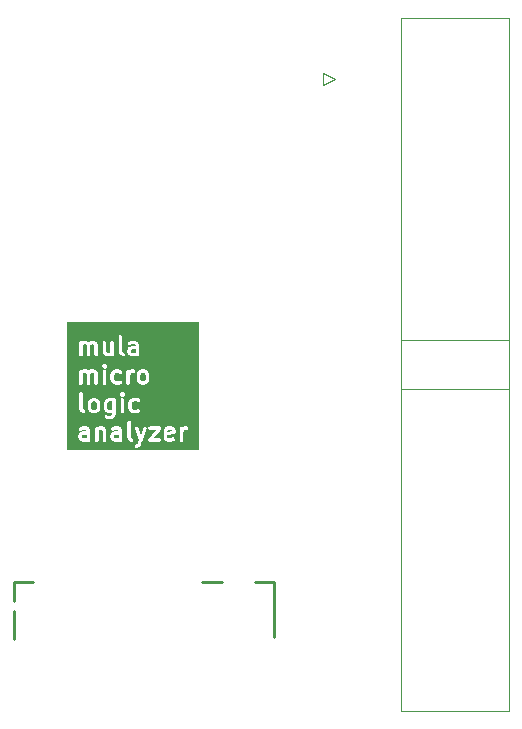
<source format=gbr>
%TF.GenerationSoftware,KiCad,Pcbnew,7.0.5-0*%
%TF.CreationDate,2023-07-31T21:54:07-04:00*%
%TF.ProjectId,carrier-hp,63617272-6965-4722-9d68-702e6b696361,rev?*%
%TF.SameCoordinates,Original*%
%TF.FileFunction,Legend,Top*%
%TF.FilePolarity,Positive*%
%FSLAX46Y46*%
G04 Gerber Fmt 4.6, Leading zero omitted, Abs format (unit mm)*
G04 Created by KiCad (PCBNEW 7.0.5-0) date 2023-07-31 21:54:07*
%MOMM*%
%LPD*%
G01*
G04 APERTURE LIST*
%ADD10C,0.300000*%
%ADD11C,0.250000*%
%ADD12C,0.120000*%
G04 APERTURE END LIST*
D10*
G36*
X129597368Y-82154500D02*
G01*
X129597368Y-82411694D01*
X129569101Y-82425828D01*
X129282777Y-82425828D01*
X129216313Y-82392596D01*
X129183082Y-82326132D01*
X129183082Y-82254094D01*
X129216313Y-82187631D01*
X129282778Y-82154400D01*
X129596434Y-82154400D01*
X129597368Y-82154500D01*
G37*
G36*
X132311654Y-82154500D02*
G01*
X132311654Y-82411694D01*
X132283387Y-82425828D01*
X131997063Y-82425828D01*
X131930599Y-82392596D01*
X131897367Y-82326132D01*
X131897367Y-82254094D01*
X131930599Y-82187631D01*
X131997064Y-82154400D01*
X132310720Y-82154400D01*
X132311654Y-82154500D01*
G37*
G36*
X136778422Y-81759060D02*
G01*
X136804597Y-81811411D01*
X136397368Y-81892857D01*
X136397368Y-81825523D01*
X136430599Y-81759060D01*
X136497065Y-81725828D01*
X136711957Y-81725828D01*
X136778422Y-81759060D01*
G37*
G36*
X131740225Y-79324962D02*
G01*
X131740225Y-79996694D01*
X131711958Y-80010828D01*
X131497063Y-80010828D01*
X131407649Y-79966121D01*
X131370644Y-79929116D01*
X131325939Y-79839703D01*
X131325939Y-79481951D01*
X131370645Y-79392538D01*
X131407649Y-79355534D01*
X131497063Y-79310828D01*
X131711957Y-79310828D01*
X131740225Y-79324962D01*
G37*
G36*
X130372800Y-79355535D02*
G01*
X130409803Y-79392538D01*
X130454510Y-79481952D01*
X130454510Y-79839704D01*
X130409803Y-79929117D01*
X130372798Y-79966122D01*
X130283386Y-80010828D01*
X130139920Y-80010828D01*
X130050506Y-79966121D01*
X130013501Y-79929116D01*
X129968796Y-79839703D01*
X129968796Y-79481951D01*
X130013502Y-79392538D01*
X130050506Y-79355534D01*
X130139920Y-79310828D01*
X130283385Y-79310828D01*
X130372800Y-79355535D01*
G37*
G36*
X134515657Y-76940535D02*
G01*
X134552660Y-76977538D01*
X134597367Y-77066952D01*
X134597367Y-77424703D01*
X134552659Y-77514118D01*
X134515655Y-77551122D01*
X134426243Y-77595828D01*
X134282777Y-77595828D01*
X134193363Y-77551121D01*
X134156358Y-77514116D01*
X134111653Y-77424703D01*
X134111653Y-77066951D01*
X134156359Y-76977538D01*
X134193363Y-76940534D01*
X134282777Y-76895828D01*
X134426242Y-76895828D01*
X134515657Y-76940535D01*
G37*
G36*
X133740224Y-74909500D02*
G01*
X133740225Y-75166694D01*
X133711958Y-75180828D01*
X133425634Y-75180828D01*
X133359170Y-75147596D01*
X133325938Y-75081132D01*
X133325938Y-75009094D01*
X133359170Y-74942631D01*
X133425635Y-74909400D01*
X133739291Y-74909400D01*
X133740224Y-74909500D01*
G37*
G36*
X139092857Y-83439286D02*
G01*
X127885714Y-83439286D01*
X127885714Y-83081337D01*
X133662561Y-83081337D01*
X133690340Y-83164930D01*
X133758904Y-83220234D01*
X133846483Y-83229689D01*
X134011913Y-83146974D01*
X134036575Y-83141610D01*
X134065786Y-83112398D01*
X134096066Y-83084233D01*
X134096792Y-83081392D01*
X134130308Y-83047876D01*
X134155996Y-83029573D01*
X134169024Y-82997002D01*
X134185843Y-82966202D01*
X134185160Y-82956661D01*
X134299980Y-82669611D01*
X134302387Y-82667757D01*
X134305484Y-82659083D01*
X134312089Y-82652661D01*
X134319462Y-82620906D01*
X134323221Y-82611511D01*
X134323492Y-82608662D01*
X134340502Y-82561034D01*
X134806021Y-82561034D01*
X134809584Y-82579481D01*
X134806911Y-82598077D01*
X134817771Y-82621858D01*
X134822730Y-82647523D01*
X134835698Y-82661112D01*
X134843504Y-82678204D01*
X134865497Y-82692338D01*
X134883545Y-82711250D01*
X134901805Y-82715671D01*
X134917609Y-82725828D01*
X134943748Y-82725828D01*
X134969158Y-82731981D01*
X134986911Y-82725828D01*
X135768936Y-82725828D01*
X135831888Y-82707344D01*
X135889573Y-82640771D01*
X135902110Y-82553579D01*
X135865517Y-82473452D01*
X135791412Y-82425828D01*
X135270273Y-82425828D01*
X135756576Y-81806896D01*
X136091938Y-81806896D01*
X136097368Y-81819988D01*
X136097368Y-82036197D01*
X136095188Y-82040035D01*
X136097368Y-82079932D01*
X136097368Y-82353469D01*
X136093507Y-82389229D01*
X136107214Y-82416644D01*
X136115852Y-82446062D01*
X136126563Y-82455343D01*
X136167542Y-82537302D01*
X136167337Y-82543131D01*
X136187058Y-82576335D01*
X136194277Y-82590773D01*
X136198029Y-82594807D01*
X136212320Y-82618868D01*
X136227443Y-82626429D01*
X136238962Y-82638813D01*
X136266079Y-82645747D01*
X136387350Y-82706381D01*
X136417610Y-82725828D01*
X136448262Y-82725828D01*
X136478436Y-82731258D01*
X136491528Y-82725828D01*
X136739292Y-82725828D01*
X136775055Y-82729689D01*
X136802469Y-82715981D01*
X136831888Y-82707344D01*
X136841169Y-82696632D01*
X136976598Y-82628919D01*
X137024638Y-82584233D01*
X137046461Y-82498891D01*
X137018681Y-82415297D01*
X136950117Y-82359994D01*
X136862538Y-82350539D01*
X136711958Y-82425828D01*
X136497063Y-82425828D01*
X136430599Y-82392596D01*
X136397368Y-82326132D01*
X136397368Y-82198798D01*
X136965806Y-82085110D01*
X136983903Y-82087713D01*
X137008140Y-82076644D01*
X137012221Y-82075828D01*
X137027685Y-82067718D01*
X137064030Y-82051120D01*
X137066416Y-82047406D01*
X137070325Y-82045357D01*
X137090057Y-82010620D01*
X137111654Y-81977015D01*
X137111654Y-81972601D01*
X137113834Y-81968764D01*
X137111654Y-81928866D01*
X137111654Y-81878323D01*
X137449080Y-81878323D01*
X137454510Y-81891415D01*
X137454510Y-82597396D01*
X137472994Y-82660348D01*
X137539567Y-82718033D01*
X137626759Y-82730570D01*
X137706886Y-82693977D01*
X137754510Y-82619872D01*
X137754510Y-81896953D01*
X137799217Y-81807538D01*
X137836221Y-81770534D01*
X137925635Y-81725828D01*
X138054650Y-81725828D01*
X138117602Y-81707344D01*
X138175287Y-81640771D01*
X138187824Y-81553579D01*
X138151231Y-81473452D01*
X138077126Y-81425828D01*
X137898300Y-81425828D01*
X137862536Y-81421967D01*
X137835120Y-81435675D01*
X137805705Y-81444312D01*
X137796423Y-81455023D01*
X137731572Y-81487449D01*
X137669453Y-81433623D01*
X137582261Y-81421086D01*
X137502134Y-81457679D01*
X137454510Y-81531784D01*
X137454510Y-81848151D01*
X137449080Y-81878323D01*
X137111654Y-81878323D01*
X137111654Y-81798188D01*
X137115515Y-81762425D01*
X137101806Y-81735009D01*
X137093170Y-81705594D01*
X137082458Y-81696312D01*
X137041479Y-81614356D01*
X137041685Y-81608527D01*
X137021957Y-81575313D01*
X137014743Y-81560884D01*
X137010992Y-81556852D01*
X136996701Y-81532790D01*
X136981577Y-81525228D01*
X136970058Y-81512844D01*
X136942942Y-81505910D01*
X136821677Y-81445278D01*
X136791412Y-81425828D01*
X136760759Y-81425828D01*
X136730587Y-81420398D01*
X136717495Y-81425828D01*
X136469730Y-81425828D01*
X136433966Y-81421967D01*
X136406550Y-81435674D01*
X136377134Y-81444312D01*
X136367852Y-81455023D01*
X136285894Y-81496002D01*
X136280066Y-81495797D01*
X136246861Y-81515518D01*
X136232423Y-81522738D01*
X136228388Y-81526490D01*
X136204329Y-81540781D01*
X136196767Y-81555904D01*
X136184383Y-81567424D01*
X136177449Y-81594540D01*
X136116813Y-81715811D01*
X136097368Y-81746070D01*
X136097368Y-81776721D01*
X136091938Y-81806896D01*
X135756576Y-81806896D01*
X135863087Y-81671337D01*
X135889573Y-81640771D01*
X135893293Y-81614898D01*
X135903000Y-81590622D01*
X135899436Y-81572174D01*
X135902110Y-81553579D01*
X135891249Y-81529797D01*
X135886291Y-81504133D01*
X135873322Y-81490543D01*
X135865517Y-81473452D01*
X135843523Y-81459317D01*
X135825476Y-81440406D01*
X135807215Y-81435984D01*
X135791412Y-81425828D01*
X135765273Y-81425828D01*
X135739863Y-81419675D01*
X135722110Y-81425828D01*
X134940085Y-81425828D01*
X134877133Y-81444312D01*
X134819448Y-81510885D01*
X134806911Y-81598077D01*
X134843504Y-81678204D01*
X134917609Y-81725828D01*
X135438748Y-81725828D01*
X134845933Y-82480318D01*
X134819448Y-82510885D01*
X134815727Y-82536757D01*
X134806021Y-82561034D01*
X134340502Y-82561034D01*
X134681597Y-81605967D01*
X134685363Y-81540466D01*
X134642070Y-81463750D01*
X134564175Y-81422618D01*
X134476408Y-81430129D01*
X134406634Y-81483900D01*
X134175939Y-82129846D01*
X133952803Y-81505066D01*
X133914223Y-81451998D01*
X133832127Y-81420065D01*
X133745798Y-81437584D01*
X133682646Y-81498995D01*
X133662721Y-81584800D01*
X134015586Y-82572821D01*
X133905244Y-82848676D01*
X133872798Y-82881122D01*
X133732423Y-82951309D01*
X133684383Y-82995995D01*
X133662561Y-83081337D01*
X127885714Y-83081337D01*
X127885714Y-82235467D01*
X128877652Y-82235467D01*
X128883082Y-82248559D01*
X128883082Y-82353469D01*
X128879221Y-82389229D01*
X128892928Y-82416644D01*
X128901566Y-82446062D01*
X128912277Y-82455343D01*
X128953256Y-82537302D01*
X128953051Y-82543131D01*
X128972772Y-82576335D01*
X128979991Y-82590773D01*
X128983743Y-82594807D01*
X128998034Y-82618868D01*
X129013157Y-82626429D01*
X129024676Y-82638813D01*
X129051793Y-82645747D01*
X129173064Y-82706381D01*
X129203324Y-82725828D01*
X129233976Y-82725828D01*
X129264150Y-82731258D01*
X129277242Y-82725828D01*
X129596437Y-82725828D01*
X129632197Y-82729689D01*
X129659612Y-82715981D01*
X129674882Y-82711497D01*
X129682425Y-82718033D01*
X129769617Y-82730570D01*
X129849744Y-82693977D01*
X129897368Y-82619872D01*
X129897368Y-82523278D01*
X129903604Y-82498891D01*
X129897368Y-82480126D01*
X129897368Y-81951845D01*
X129903603Y-81927462D01*
X129897368Y-81908699D01*
X129897368Y-81798188D01*
X129901229Y-81762425D01*
X129887520Y-81735009D01*
X129878884Y-81705594D01*
X129868172Y-81696312D01*
X129862742Y-81685453D01*
X130308893Y-81685453D01*
X130311653Y-81724043D01*
X130311653Y-82597396D01*
X130330137Y-82660348D01*
X130396710Y-82718033D01*
X130483902Y-82730570D01*
X130564029Y-82693977D01*
X130611653Y-82619872D01*
X130611653Y-81780817D01*
X130621935Y-81770534D01*
X130711349Y-81725828D01*
X130854814Y-81725828D01*
X130921279Y-81759060D01*
X130954511Y-81825523D01*
X130954511Y-82597396D01*
X130972995Y-82660348D01*
X131039568Y-82718033D01*
X131126760Y-82730570D01*
X131206887Y-82693977D01*
X131254511Y-82619872D01*
X131254511Y-82235467D01*
X131591938Y-82235467D01*
X131597368Y-82248559D01*
X131597368Y-82353469D01*
X131593507Y-82389229D01*
X131607214Y-82416644D01*
X131615852Y-82446062D01*
X131626563Y-82455343D01*
X131667542Y-82537302D01*
X131667337Y-82543131D01*
X131687058Y-82576335D01*
X131694277Y-82590773D01*
X131698029Y-82594807D01*
X131712320Y-82618868D01*
X131727443Y-82626429D01*
X131738962Y-82638813D01*
X131766079Y-82645747D01*
X131887350Y-82706381D01*
X131917610Y-82725828D01*
X131948262Y-82725828D01*
X131978436Y-82731258D01*
X131991528Y-82725828D01*
X132310723Y-82725828D01*
X132346483Y-82729689D01*
X132373898Y-82715981D01*
X132389168Y-82711497D01*
X132396711Y-82718033D01*
X132483903Y-82730570D01*
X132564030Y-82693977D01*
X132611654Y-82619872D01*
X132611653Y-82523278D01*
X132617890Y-82498891D01*
X132611654Y-82480126D01*
X132611654Y-82389230D01*
X133022078Y-82389230D01*
X133035785Y-82416645D01*
X133044423Y-82446062D01*
X133055134Y-82455343D01*
X133096113Y-82537301D01*
X133095908Y-82543130D01*
X133115629Y-82576334D01*
X133122849Y-82590773D01*
X133126601Y-82594807D01*
X133140892Y-82618867D01*
X133156015Y-82626428D01*
X133167535Y-82638813D01*
X133194651Y-82645746D01*
X133342435Y-82719638D01*
X133407007Y-82731258D01*
X133488374Y-82697511D01*
X133538581Y-82625130D01*
X133541685Y-82537098D01*
X133496701Y-82461361D01*
X133359171Y-82392596D01*
X133325939Y-82326131D01*
X133325939Y-81054260D01*
X133307455Y-80991308D01*
X133240882Y-80933623D01*
X133153690Y-80921086D01*
X133073563Y-80957679D01*
X133025939Y-81031784D01*
X133025939Y-82353466D01*
X133022078Y-82389230D01*
X132611654Y-82389230D01*
X132611654Y-81951845D01*
X132617889Y-81927462D01*
X132611654Y-81908699D01*
X132611654Y-81798188D01*
X132615515Y-81762425D01*
X132601806Y-81735009D01*
X132593170Y-81705594D01*
X132582458Y-81696312D01*
X132541479Y-81614356D01*
X132541685Y-81608527D01*
X132521957Y-81575313D01*
X132514743Y-81560884D01*
X132510992Y-81556852D01*
X132496701Y-81532790D01*
X132481577Y-81525228D01*
X132470058Y-81512844D01*
X132442942Y-81505910D01*
X132321677Y-81445278D01*
X132291412Y-81425828D01*
X132260759Y-81425828D01*
X132230587Y-81420398D01*
X132217495Y-81425828D01*
X131969730Y-81425828D01*
X131933966Y-81421967D01*
X131906550Y-81435674D01*
X131877134Y-81444312D01*
X131867852Y-81455023D01*
X131732423Y-81522738D01*
X131684383Y-81567424D01*
X131662561Y-81652766D01*
X131690341Y-81736360D01*
X131758904Y-81791663D01*
X131846484Y-81801118D01*
X131997065Y-81725828D01*
X132211957Y-81725828D01*
X132278422Y-81759060D01*
X132311654Y-81825523D01*
X132311654Y-81840265D01*
X132283385Y-81854400D01*
X131969731Y-81854400D01*
X131933967Y-81850539D01*
X131906552Y-81864246D01*
X131877134Y-81872884D01*
X131867852Y-81883595D01*
X131785895Y-81924573D01*
X131780066Y-81924368D01*
X131746855Y-81944093D01*
X131732424Y-81951309D01*
X131728390Y-81955060D01*
X131704329Y-81969352D01*
X131696767Y-81984475D01*
X131684384Y-81995994D01*
X131677450Y-82023109D01*
X131616813Y-82144382D01*
X131597368Y-82174641D01*
X131597368Y-82205292D01*
X131591938Y-82235467D01*
X131254511Y-82235467D01*
X131254510Y-81798188D01*
X131258372Y-81762425D01*
X131244663Y-81735009D01*
X131236027Y-81705594D01*
X131225315Y-81696312D01*
X131184336Y-81614356D01*
X131184542Y-81608527D01*
X131164814Y-81575313D01*
X131157600Y-81560884D01*
X131153849Y-81556852D01*
X131139558Y-81532790D01*
X131124434Y-81525228D01*
X131112915Y-81512844D01*
X131085799Y-81505910D01*
X130964534Y-81445278D01*
X130934269Y-81425828D01*
X130903616Y-81425828D01*
X130873444Y-81420398D01*
X130860352Y-81425828D01*
X130684014Y-81425828D01*
X130648250Y-81421967D01*
X130620834Y-81435675D01*
X130591419Y-81444312D01*
X130582137Y-81455023D01*
X130562579Y-81464802D01*
X130526596Y-81433623D01*
X130439404Y-81421086D01*
X130359277Y-81457679D01*
X130311653Y-81531784D01*
X130311653Y-81680398D01*
X130308893Y-81685453D01*
X129862742Y-81685453D01*
X129827193Y-81614356D01*
X129827399Y-81608527D01*
X129807671Y-81575313D01*
X129800457Y-81560884D01*
X129796706Y-81556852D01*
X129782415Y-81532790D01*
X129767291Y-81525228D01*
X129755772Y-81512844D01*
X129728656Y-81505910D01*
X129607391Y-81445278D01*
X129577126Y-81425828D01*
X129546473Y-81425828D01*
X129516301Y-81420398D01*
X129503209Y-81425828D01*
X129255444Y-81425828D01*
X129219680Y-81421967D01*
X129192264Y-81435674D01*
X129162848Y-81444312D01*
X129153566Y-81455023D01*
X129018137Y-81522738D01*
X128970097Y-81567424D01*
X128948275Y-81652766D01*
X128976055Y-81736360D01*
X129044618Y-81791663D01*
X129132198Y-81801118D01*
X129282779Y-81725828D01*
X129497671Y-81725828D01*
X129564136Y-81759060D01*
X129597368Y-81825523D01*
X129597368Y-81840265D01*
X129569099Y-81854400D01*
X129255445Y-81854400D01*
X129219681Y-81850539D01*
X129192266Y-81864246D01*
X129162848Y-81872884D01*
X129153566Y-81883595D01*
X129071609Y-81924573D01*
X129065780Y-81924368D01*
X129032569Y-81944093D01*
X129018138Y-81951309D01*
X129014104Y-81955060D01*
X128990043Y-81969352D01*
X128982481Y-81984475D01*
X128970098Y-81995994D01*
X128963164Y-82023109D01*
X128902527Y-82144382D01*
X128883082Y-82174641D01*
X128883082Y-82205292D01*
X128877652Y-82235467D01*
X127885714Y-82235467D01*
X127885714Y-79974230D01*
X128950649Y-79974230D01*
X128964356Y-80001645D01*
X128972994Y-80031062D01*
X128983705Y-80040343D01*
X129024684Y-80122301D01*
X129024479Y-80128130D01*
X129044200Y-80161334D01*
X129051420Y-80175773D01*
X129055172Y-80179807D01*
X129069463Y-80203867D01*
X129084586Y-80211428D01*
X129096106Y-80223813D01*
X129123222Y-80230746D01*
X129271006Y-80304638D01*
X129335578Y-80316258D01*
X129416945Y-80282511D01*
X129467152Y-80210130D01*
X129470256Y-80122098D01*
X129425272Y-80046361D01*
X129287742Y-79977596D01*
X129254510Y-79911131D01*
X129254510Y-79463324D01*
X129663366Y-79463324D01*
X129668796Y-79476416D01*
X129668796Y-79867037D01*
X129664935Y-79902801D01*
X129678642Y-79930215D01*
X129687280Y-79959634D01*
X129697991Y-79968915D01*
X129747649Y-80068231D01*
X129753014Y-80092893D01*
X129782219Y-80122098D01*
X129810391Y-80152384D01*
X129813231Y-80153110D01*
X129842288Y-80182167D01*
X129855177Y-80203867D01*
X129892126Y-80222341D01*
X129928422Y-80242161D01*
X129931346Y-80241951D01*
X130030204Y-80291380D01*
X130060466Y-80310828D01*
X130091118Y-80310828D01*
X130121292Y-80316258D01*
X130134384Y-80310828D01*
X130310720Y-80310828D01*
X130346483Y-80314689D01*
X130373897Y-80300981D01*
X130403316Y-80292344D01*
X130412597Y-80281632D01*
X130511913Y-80231974D01*
X130536575Y-80226610D01*
X130565786Y-80197398D01*
X130596066Y-80169233D01*
X130596792Y-80166392D01*
X130625849Y-80137335D01*
X130647549Y-80124447D01*
X130666023Y-80087497D01*
X130685843Y-80051202D01*
X130685633Y-80048277D01*
X130735062Y-79949419D01*
X130754510Y-79919158D01*
X130754510Y-79888506D01*
X130759940Y-79858332D01*
X130754510Y-79845239D01*
X130754510Y-79463324D01*
X131020509Y-79463324D01*
X131025939Y-79476416D01*
X131025939Y-79867037D01*
X131022078Y-79902801D01*
X131035785Y-79930215D01*
X131044423Y-79959634D01*
X131055134Y-79968915D01*
X131104792Y-80068231D01*
X131110157Y-80092893D01*
X131139362Y-80122098D01*
X131167534Y-80152384D01*
X131170374Y-80153110D01*
X131199431Y-80182167D01*
X131212320Y-80203867D01*
X131249269Y-80222341D01*
X131285565Y-80242161D01*
X131288489Y-80241951D01*
X131387347Y-80291380D01*
X131417609Y-80310828D01*
X131448261Y-80310828D01*
X131478435Y-80316258D01*
X131491527Y-80310828D01*
X131739294Y-80310828D01*
X131740225Y-80310928D01*
X131740225Y-80339704D01*
X131695519Y-80429115D01*
X131658512Y-80466122D01*
X131569100Y-80510828D01*
X131425634Y-80510828D01*
X131295157Y-80445590D01*
X131230585Y-80433970D01*
X131149218Y-80467718D01*
X131099011Y-80540098D01*
X131095908Y-80628131D01*
X131140891Y-80703868D01*
X131315921Y-80791381D01*
X131346181Y-80810828D01*
X131376833Y-80810828D01*
X131407007Y-80816258D01*
X131420099Y-80810828D01*
X131596434Y-80810828D01*
X131632197Y-80814689D01*
X131659611Y-80800981D01*
X131689030Y-80792344D01*
X131698311Y-80781632D01*
X131797627Y-80731974D01*
X131822289Y-80726610D01*
X131851500Y-80697398D01*
X131881780Y-80669233D01*
X131882506Y-80666392D01*
X131911561Y-80637337D01*
X131933263Y-80624448D01*
X131951744Y-80587485D01*
X131971557Y-80551202D01*
X131971347Y-80548278D01*
X132020777Y-80449419D01*
X132040225Y-80419158D01*
X132040225Y-80388505D01*
X132045655Y-80358333D01*
X132040225Y-80345240D01*
X132040225Y-80182396D01*
X132454510Y-80182396D01*
X132472994Y-80245348D01*
X132539567Y-80303033D01*
X132626759Y-80315570D01*
X132706886Y-80278977D01*
X132754510Y-80204872D01*
X132754510Y-79463324D01*
X133091938Y-79463324D01*
X133097368Y-79476416D01*
X133097367Y-79867037D01*
X133093507Y-79902801D01*
X133107214Y-79930215D01*
X133115852Y-79959634D01*
X133126563Y-79968915D01*
X133176221Y-80068231D01*
X133181586Y-80092893D01*
X133210791Y-80122098D01*
X133238963Y-80152384D01*
X133241803Y-80153110D01*
X133270860Y-80182167D01*
X133283749Y-80203867D01*
X133320698Y-80222341D01*
X133356994Y-80242161D01*
X133359918Y-80241951D01*
X133458776Y-80291380D01*
X133489038Y-80310828D01*
X133519690Y-80310828D01*
X133549864Y-80316258D01*
X133562956Y-80310828D01*
X133810723Y-80310828D01*
X133846483Y-80314689D01*
X133873898Y-80300981D01*
X133903316Y-80292344D01*
X133912597Y-80281632D01*
X134048027Y-80213919D01*
X134096067Y-80169234D01*
X134117890Y-80083891D01*
X134090110Y-80000298D01*
X134021547Y-79944994D01*
X133933967Y-79935539D01*
X133783387Y-80010828D01*
X133568492Y-80010828D01*
X133479078Y-79966121D01*
X133442073Y-79929116D01*
X133397367Y-79839703D01*
X133397368Y-79481951D01*
X133442074Y-79392538D01*
X133479078Y-79355534D01*
X133568492Y-79310828D01*
X133783386Y-79310828D01*
X133913863Y-79376067D01*
X133978435Y-79387687D01*
X134059803Y-79353940D01*
X134110009Y-79281560D01*
X134113114Y-79193527D01*
X134068130Y-79117790D01*
X133893098Y-79030273D01*
X133862840Y-79010828D01*
X133832189Y-79010828D01*
X133802015Y-79005398D01*
X133788923Y-79010828D01*
X133541157Y-79010828D01*
X133505393Y-79006967D01*
X133477977Y-79020675D01*
X133448562Y-79029312D01*
X133439280Y-79040023D01*
X133339965Y-79089682D01*
X133315304Y-79095047D01*
X133286089Y-79124261D01*
X133255812Y-79152424D01*
X133255085Y-79155264D01*
X133226029Y-79184319D01*
X133204329Y-79197209D01*
X133185848Y-79234169D01*
X133166036Y-79270453D01*
X133166245Y-79273376D01*
X133116813Y-79372239D01*
X133097368Y-79402498D01*
X133097368Y-79433149D01*
X133091938Y-79463324D01*
X132754510Y-79463324D01*
X132754510Y-79139260D01*
X132736026Y-79076308D01*
X132669453Y-79018623D01*
X132582261Y-79006086D01*
X132502134Y-79042679D01*
X132454510Y-79116784D01*
X132454510Y-80182396D01*
X132040225Y-80182396D01*
X132040225Y-80108278D01*
X132046461Y-80083891D01*
X132040225Y-80065126D01*
X132040225Y-79234920D01*
X132041685Y-79193527D01*
X132040225Y-79191068D01*
X132040225Y-79139260D01*
X132021741Y-79076308D01*
X131955168Y-79018623D01*
X131867976Y-79006086D01*
X131818904Y-79028496D01*
X131791411Y-79010828D01*
X131760760Y-79010828D01*
X131730586Y-79005398D01*
X131717494Y-79010828D01*
X131469728Y-79010828D01*
X131433964Y-79006967D01*
X131406548Y-79020675D01*
X131377133Y-79029312D01*
X131367851Y-79040023D01*
X131268536Y-79089682D01*
X131243875Y-79095047D01*
X131214660Y-79124261D01*
X131184383Y-79152424D01*
X131183656Y-79155264D01*
X131154600Y-79184319D01*
X131132900Y-79197209D01*
X131114419Y-79234169D01*
X131094607Y-79270453D01*
X131094816Y-79273376D01*
X131045384Y-79372239D01*
X131025939Y-79402498D01*
X131025939Y-79433149D01*
X131020509Y-79463324D01*
X130754510Y-79463324D01*
X130754510Y-79454618D01*
X130758371Y-79418855D01*
X130744663Y-79391440D01*
X130736026Y-79362022D01*
X130725314Y-79352740D01*
X130675656Y-79253422D01*
X130670291Y-79228762D01*
X130641083Y-79199554D01*
X130612915Y-79169272D01*
X130610074Y-79168545D01*
X130581016Y-79139488D01*
X130568129Y-79117790D01*
X130531179Y-79099315D01*
X130494883Y-79079496D01*
X130491959Y-79079705D01*
X130393105Y-79030278D01*
X130362840Y-79010828D01*
X130332187Y-79010828D01*
X130302015Y-79005398D01*
X130288923Y-79010828D01*
X130112585Y-79010828D01*
X130076821Y-79006967D01*
X130049405Y-79020675D01*
X130019990Y-79029312D01*
X130010708Y-79040023D01*
X129911393Y-79089682D01*
X129886732Y-79095047D01*
X129857517Y-79124261D01*
X129827240Y-79152424D01*
X129826513Y-79155264D01*
X129797457Y-79184319D01*
X129775757Y-79197209D01*
X129757276Y-79234169D01*
X129737464Y-79270453D01*
X129737673Y-79273376D01*
X129688241Y-79372239D01*
X129668796Y-79402498D01*
X129668796Y-79433149D01*
X129663366Y-79463324D01*
X129254510Y-79463324D01*
X129254510Y-78721104D01*
X132377147Y-78721104D01*
X132384229Y-78753661D01*
X132386607Y-78786891D01*
X132393445Y-78796026D01*
X132395872Y-78807179D01*
X132419428Y-78830735D01*
X132439396Y-78857409D01*
X132450090Y-78861397D01*
X132471371Y-78882678D01*
X132472994Y-78888205D01*
X132494092Y-78906486D01*
X132510822Y-78928836D01*
X132526735Y-78934771D01*
X132539567Y-78945890D01*
X132556373Y-78948306D01*
X132571278Y-78956445D01*
X132582660Y-78955630D01*
X132593356Y-78959620D01*
X132609949Y-78956010D01*
X132626759Y-78958427D01*
X132642208Y-78951371D01*
X132659142Y-78950160D01*
X132668277Y-78943321D01*
X132679431Y-78940895D01*
X132691436Y-78928889D01*
X132706886Y-78921834D01*
X132716067Y-78907546D01*
X132729661Y-78897371D01*
X132733649Y-78886677D01*
X132774413Y-78845914D01*
X132801091Y-78825944D01*
X132812735Y-78794723D01*
X132828699Y-78765489D01*
X132827884Y-78754105D01*
X132831874Y-78743410D01*
X132824791Y-78710852D01*
X132822415Y-78677626D01*
X132815575Y-78668489D01*
X132813149Y-78657335D01*
X132789591Y-78633777D01*
X132769626Y-78607106D01*
X132758930Y-78603116D01*
X132737648Y-78581834D01*
X132736026Y-78576308D01*
X132714925Y-78558024D01*
X132698196Y-78535676D01*
X132682284Y-78529741D01*
X132669453Y-78518623D01*
X132652647Y-78516206D01*
X132637741Y-78508067D01*
X132626355Y-78508881D01*
X132615662Y-78504893D01*
X132599069Y-78508502D01*
X132582261Y-78506086D01*
X132566813Y-78513140D01*
X132549878Y-78514352D01*
X132540739Y-78521192D01*
X132529587Y-78523619D01*
X132517582Y-78535624D01*
X132502134Y-78542679D01*
X132492954Y-78556963D01*
X132479358Y-78567141D01*
X132475368Y-78577838D01*
X132434604Y-78618602D01*
X132407930Y-78638570D01*
X132396286Y-78669788D01*
X132380321Y-78699027D01*
X132381135Y-78710410D01*
X132377147Y-78721104D01*
X129254510Y-78721104D01*
X129254510Y-78639260D01*
X129236026Y-78576308D01*
X129169453Y-78518623D01*
X129082261Y-78506086D01*
X129002134Y-78542679D01*
X128954510Y-78616784D01*
X128954510Y-79938466D01*
X128950649Y-79974230D01*
X127885714Y-79974230D01*
X127885714Y-76855453D01*
X128951750Y-76855453D01*
X128954510Y-76894043D01*
X128954510Y-77767396D01*
X128972994Y-77830348D01*
X129039567Y-77888033D01*
X129126759Y-77900570D01*
X129206886Y-77863977D01*
X129254510Y-77789872D01*
X129254510Y-76950817D01*
X129264792Y-76940534D01*
X129354206Y-76895828D01*
X129497671Y-76895828D01*
X129564136Y-76929060D01*
X129597368Y-76995523D01*
X129597368Y-77767396D01*
X129615852Y-77830348D01*
X129682425Y-77888033D01*
X129769617Y-77900570D01*
X129849744Y-77863977D01*
X129897368Y-77789872D01*
X129897368Y-76995523D01*
X129930599Y-76929059D01*
X129997063Y-76895828D01*
X130140528Y-76895828D01*
X130206993Y-76929060D01*
X130240224Y-76995523D01*
X130240225Y-77767396D01*
X130258709Y-77830348D01*
X130325282Y-77888033D01*
X130412474Y-77900570D01*
X130492601Y-77863977D01*
X130540225Y-77789872D01*
X130540225Y-77767396D01*
X130954510Y-77767396D01*
X130972994Y-77830348D01*
X131039567Y-77888033D01*
X131126759Y-77900570D01*
X131206886Y-77863977D01*
X131254510Y-77789872D01*
X131254510Y-77048324D01*
X131591938Y-77048324D01*
X131597368Y-77061416D01*
X131597367Y-77452037D01*
X131593507Y-77487801D01*
X131607214Y-77515215D01*
X131615852Y-77544634D01*
X131626563Y-77553915D01*
X131676221Y-77653231D01*
X131681586Y-77677893D01*
X131710791Y-77707098D01*
X131738963Y-77737384D01*
X131741803Y-77738110D01*
X131770860Y-77767167D01*
X131783749Y-77788867D01*
X131820698Y-77807341D01*
X131856994Y-77827161D01*
X131859918Y-77826951D01*
X131958776Y-77876380D01*
X131989038Y-77895828D01*
X132019690Y-77895828D01*
X132049864Y-77901258D01*
X132062956Y-77895828D01*
X132310723Y-77895828D01*
X132346483Y-77899689D01*
X132373898Y-77885981D01*
X132403316Y-77877344D01*
X132412597Y-77866632D01*
X132548027Y-77798919D01*
X132596067Y-77754234D01*
X132617890Y-77668891D01*
X132590110Y-77585298D01*
X132521547Y-77529994D01*
X132433967Y-77520539D01*
X132283387Y-77595828D01*
X132068492Y-77595828D01*
X131979078Y-77551121D01*
X131942073Y-77514116D01*
X131897368Y-77424703D01*
X131897368Y-77066951D01*
X131906682Y-77048323D01*
X132949080Y-77048323D01*
X132954509Y-77061415D01*
X132954510Y-77767396D01*
X132972994Y-77830348D01*
X133039567Y-77888033D01*
X133126759Y-77900570D01*
X133206886Y-77863977D01*
X133254510Y-77789872D01*
X133254510Y-77066952D01*
X133263824Y-77048324D01*
X133806223Y-77048324D01*
X133811653Y-77061416D01*
X133811653Y-77452037D01*
X133807792Y-77487801D01*
X133821499Y-77515215D01*
X133830137Y-77544634D01*
X133840848Y-77553915D01*
X133890506Y-77653231D01*
X133895871Y-77677893D01*
X133925076Y-77707098D01*
X133953248Y-77737384D01*
X133956088Y-77738110D01*
X133985145Y-77767167D01*
X133998034Y-77788867D01*
X134034983Y-77807341D01*
X134071279Y-77827161D01*
X134074203Y-77826951D01*
X134173061Y-77876380D01*
X134203323Y-77895828D01*
X134233975Y-77895828D01*
X134264149Y-77901258D01*
X134277241Y-77895828D01*
X134453577Y-77895828D01*
X134489340Y-77899689D01*
X134516754Y-77885981D01*
X134546173Y-77877344D01*
X134555454Y-77866632D01*
X134654770Y-77816974D01*
X134679432Y-77811610D01*
X134708643Y-77782398D01*
X134738923Y-77754233D01*
X134739649Y-77751392D01*
X134768706Y-77722335D01*
X134790406Y-77709447D01*
X134808880Y-77672497D01*
X134828700Y-77636202D01*
X134828490Y-77633277D01*
X134877919Y-77534419D01*
X134897367Y-77504158D01*
X134897367Y-77473506D01*
X134902797Y-77443332D01*
X134897367Y-77430239D01*
X134897367Y-77039618D01*
X134901228Y-77003855D01*
X134887520Y-76976440D01*
X134878883Y-76947022D01*
X134868171Y-76937740D01*
X134818513Y-76838422D01*
X134813148Y-76813762D01*
X134783940Y-76784554D01*
X134755772Y-76754272D01*
X134752931Y-76753545D01*
X134723873Y-76724488D01*
X134710986Y-76702790D01*
X134674036Y-76684315D01*
X134637740Y-76664496D01*
X134634816Y-76664705D01*
X134535962Y-76615278D01*
X134505697Y-76595828D01*
X134475044Y-76595828D01*
X134444872Y-76590398D01*
X134431780Y-76595828D01*
X134255442Y-76595828D01*
X134219678Y-76591967D01*
X134192262Y-76605675D01*
X134162847Y-76614312D01*
X134153565Y-76625023D01*
X134054250Y-76674682D01*
X134029589Y-76680047D01*
X134000374Y-76709261D01*
X133970097Y-76737424D01*
X133969370Y-76740264D01*
X133940314Y-76769319D01*
X133918614Y-76782209D01*
X133900133Y-76819169D01*
X133880321Y-76855453D01*
X133880530Y-76858376D01*
X133831098Y-76957239D01*
X133811653Y-76987498D01*
X133811653Y-77018149D01*
X133806223Y-77048324D01*
X133263824Y-77048324D01*
X133299217Y-76977538D01*
X133336221Y-76940534D01*
X133425635Y-76895828D01*
X133554650Y-76895828D01*
X133617602Y-76877344D01*
X133675287Y-76810771D01*
X133687824Y-76723579D01*
X133651231Y-76643452D01*
X133577126Y-76595828D01*
X133398300Y-76595828D01*
X133362536Y-76591967D01*
X133335120Y-76605675D01*
X133305705Y-76614312D01*
X133296423Y-76625023D01*
X133231572Y-76657449D01*
X133169453Y-76603623D01*
X133082261Y-76591086D01*
X133002134Y-76627679D01*
X132954510Y-76701784D01*
X132954510Y-77018151D01*
X132949080Y-77048323D01*
X131906682Y-77048323D01*
X131942074Y-76977538D01*
X131979078Y-76940534D01*
X132068492Y-76895828D01*
X132283386Y-76895828D01*
X132413863Y-76961067D01*
X132478435Y-76972687D01*
X132559803Y-76938940D01*
X132610009Y-76866560D01*
X132613114Y-76778527D01*
X132568130Y-76702790D01*
X132393098Y-76615273D01*
X132362840Y-76595828D01*
X132332189Y-76595828D01*
X132302015Y-76590398D01*
X132288923Y-76595828D01*
X132041157Y-76595828D01*
X132005393Y-76591967D01*
X131977977Y-76605675D01*
X131948562Y-76614312D01*
X131939280Y-76625023D01*
X131839965Y-76674682D01*
X131815304Y-76680047D01*
X131786089Y-76709261D01*
X131755812Y-76737424D01*
X131755085Y-76740264D01*
X131726029Y-76769319D01*
X131704329Y-76782209D01*
X131685848Y-76819169D01*
X131666036Y-76855453D01*
X131666245Y-76858376D01*
X131616813Y-76957239D01*
X131597368Y-76987498D01*
X131597368Y-77018149D01*
X131591938Y-77048324D01*
X131254510Y-77048324D01*
X131254510Y-76724260D01*
X131236026Y-76661308D01*
X131169453Y-76603623D01*
X131082261Y-76591086D01*
X131002134Y-76627679D01*
X130954510Y-76701784D01*
X130954510Y-77767396D01*
X130540225Y-77767396D01*
X130540225Y-76968188D01*
X130544086Y-76932425D01*
X130530377Y-76905009D01*
X130521741Y-76875594D01*
X130511029Y-76866312D01*
X130470050Y-76784356D01*
X130470256Y-76778527D01*
X130450528Y-76745313D01*
X130443314Y-76730884D01*
X130439563Y-76726852D01*
X130425272Y-76702790D01*
X130410148Y-76695228D01*
X130398629Y-76682844D01*
X130371513Y-76675910D01*
X130250248Y-76615278D01*
X130219983Y-76595828D01*
X130189330Y-76595828D01*
X130159158Y-76590398D01*
X130146066Y-76595828D01*
X129969728Y-76595828D01*
X129933964Y-76591967D01*
X129906548Y-76605675D01*
X129877133Y-76614312D01*
X129867851Y-76625023D01*
X129785895Y-76666002D01*
X129780066Y-76665797D01*
X129752691Y-76682056D01*
X129728656Y-76675910D01*
X129607391Y-76615278D01*
X129577126Y-76595828D01*
X129546473Y-76595828D01*
X129516301Y-76590398D01*
X129503209Y-76595828D01*
X129326871Y-76595828D01*
X129291107Y-76591967D01*
X129263691Y-76605675D01*
X129234276Y-76614312D01*
X129224994Y-76625023D01*
X129205436Y-76634802D01*
X129169453Y-76603623D01*
X129082261Y-76591086D01*
X129002134Y-76627679D01*
X128954510Y-76701784D01*
X128954510Y-76850398D01*
X128951750Y-76855453D01*
X127885714Y-76855453D01*
X127885714Y-76306104D01*
X130877147Y-76306104D01*
X130884229Y-76338661D01*
X130886607Y-76371891D01*
X130893445Y-76381026D01*
X130895872Y-76392179D01*
X130919428Y-76415735D01*
X130939396Y-76442409D01*
X130950090Y-76446397D01*
X130971371Y-76467678D01*
X130972994Y-76473205D01*
X130994092Y-76491486D01*
X131010822Y-76513836D01*
X131026735Y-76519771D01*
X131039567Y-76530890D01*
X131056373Y-76533306D01*
X131071278Y-76541445D01*
X131082660Y-76540630D01*
X131093356Y-76544620D01*
X131109949Y-76541010D01*
X131126759Y-76543427D01*
X131142208Y-76536371D01*
X131159142Y-76535160D01*
X131168277Y-76528321D01*
X131179431Y-76525895D01*
X131191436Y-76513889D01*
X131206886Y-76506834D01*
X131216067Y-76492546D01*
X131229661Y-76482371D01*
X131233649Y-76471677D01*
X131274413Y-76430914D01*
X131301091Y-76410944D01*
X131312735Y-76379723D01*
X131328699Y-76350489D01*
X131327884Y-76339105D01*
X131331874Y-76328410D01*
X131324791Y-76295852D01*
X131322415Y-76262626D01*
X131315575Y-76253489D01*
X131313149Y-76242335D01*
X131289591Y-76218777D01*
X131269626Y-76192106D01*
X131258930Y-76188116D01*
X131237648Y-76166834D01*
X131236026Y-76161308D01*
X131214925Y-76143024D01*
X131198196Y-76120676D01*
X131182284Y-76114741D01*
X131169453Y-76103623D01*
X131152647Y-76101206D01*
X131137741Y-76093067D01*
X131126355Y-76093881D01*
X131115662Y-76089893D01*
X131099069Y-76093502D01*
X131082261Y-76091086D01*
X131066813Y-76098140D01*
X131049878Y-76099352D01*
X131040739Y-76106192D01*
X131029587Y-76108619D01*
X131017582Y-76120624D01*
X131002134Y-76127679D01*
X130992954Y-76141963D01*
X130979358Y-76152141D01*
X130975368Y-76162838D01*
X130934604Y-76203602D01*
X130907930Y-76223570D01*
X130896286Y-76254788D01*
X130880321Y-76284027D01*
X130881135Y-76295410D01*
X130877147Y-76306104D01*
X127885714Y-76306104D01*
X127885714Y-74440453D01*
X128951750Y-74440453D01*
X128954510Y-74479043D01*
X128954510Y-75352396D01*
X128972994Y-75415348D01*
X129039567Y-75473033D01*
X129126759Y-75485570D01*
X129206886Y-75448977D01*
X129254510Y-75374872D01*
X129254510Y-74535817D01*
X129264792Y-74525534D01*
X129354206Y-74480828D01*
X129497671Y-74480828D01*
X129564136Y-74514060D01*
X129597368Y-74580523D01*
X129597368Y-75352396D01*
X129615852Y-75415348D01*
X129682425Y-75473033D01*
X129769617Y-75485570D01*
X129849744Y-75448977D01*
X129897368Y-75374872D01*
X129897368Y-74580523D01*
X129930599Y-74514059D01*
X129997063Y-74480828D01*
X130140528Y-74480828D01*
X130206993Y-74514060D01*
X130240224Y-74580523D01*
X130240225Y-75352396D01*
X130258709Y-75415348D01*
X130325282Y-75473033D01*
X130412474Y-75485570D01*
X130492601Y-75448977D01*
X130540225Y-75374872D01*
X130540225Y-75144230D01*
X130950649Y-75144230D01*
X130964356Y-75171645D01*
X130972994Y-75201062D01*
X130983705Y-75210343D01*
X131024684Y-75292301D01*
X131024479Y-75298130D01*
X131044200Y-75331334D01*
X131051420Y-75345773D01*
X131055172Y-75349807D01*
X131069463Y-75373867D01*
X131084586Y-75381428D01*
X131096106Y-75393813D01*
X131123222Y-75400746D01*
X131244490Y-75461380D01*
X131274752Y-75480828D01*
X131305404Y-75480828D01*
X131335578Y-75486258D01*
X131348670Y-75480828D01*
X131525006Y-75480828D01*
X131560769Y-75484689D01*
X131588183Y-75470981D01*
X131617602Y-75462344D01*
X131626883Y-75451632D01*
X131646441Y-75441853D01*
X131682425Y-75473033D01*
X131769617Y-75485570D01*
X131849744Y-75448977D01*
X131897368Y-75374872D01*
X131897368Y-75226258D01*
X131900129Y-75221202D01*
X131897368Y-75182603D01*
X131897368Y-75144230D01*
X132307792Y-75144230D01*
X132321499Y-75171645D01*
X132330137Y-75201062D01*
X132340848Y-75210343D01*
X132381827Y-75292301D01*
X132381622Y-75298130D01*
X132401343Y-75331334D01*
X132408563Y-75345773D01*
X132412315Y-75349807D01*
X132426606Y-75373867D01*
X132441729Y-75381428D01*
X132453249Y-75393813D01*
X132480365Y-75400746D01*
X132628149Y-75474638D01*
X132692721Y-75486258D01*
X132774088Y-75452511D01*
X132824295Y-75380130D01*
X132827399Y-75292098D01*
X132782415Y-75216361D01*
X132644885Y-75147596D01*
X132611653Y-75081131D01*
X132611653Y-74990467D01*
X133020509Y-74990467D01*
X133025939Y-75003559D01*
X133025938Y-75108469D01*
X133022078Y-75144229D01*
X133035785Y-75171644D01*
X133044423Y-75201062D01*
X133055134Y-75210343D01*
X133096113Y-75292302D01*
X133095908Y-75298131D01*
X133115629Y-75331335D01*
X133122848Y-75345773D01*
X133126600Y-75349807D01*
X133140891Y-75373868D01*
X133156014Y-75381429D01*
X133167533Y-75393813D01*
X133194650Y-75400747D01*
X133315921Y-75461381D01*
X133346181Y-75480828D01*
X133376833Y-75480828D01*
X133407007Y-75486258D01*
X133420099Y-75480828D01*
X133739294Y-75480828D01*
X133775054Y-75484689D01*
X133802469Y-75470981D01*
X133817739Y-75466497D01*
X133825282Y-75473033D01*
X133912474Y-75485570D01*
X133992601Y-75448977D01*
X134040225Y-75374872D01*
X134040225Y-75278278D01*
X134046461Y-75253891D01*
X134040225Y-75235126D01*
X134040225Y-74706845D01*
X134046460Y-74682462D01*
X134040225Y-74663699D01*
X134040225Y-74553188D01*
X134044086Y-74517425D01*
X134030377Y-74490009D01*
X134021741Y-74460594D01*
X134011029Y-74451312D01*
X133970050Y-74369356D01*
X133970256Y-74363527D01*
X133950528Y-74330313D01*
X133943314Y-74315884D01*
X133939563Y-74311852D01*
X133925272Y-74287790D01*
X133910148Y-74280228D01*
X133898629Y-74267844D01*
X133871513Y-74260910D01*
X133750248Y-74200278D01*
X133719983Y-74180828D01*
X133689330Y-74180828D01*
X133659158Y-74175398D01*
X133646066Y-74180828D01*
X133398301Y-74180828D01*
X133362537Y-74176967D01*
X133335121Y-74190674D01*
X133305705Y-74199312D01*
X133296423Y-74210023D01*
X133160994Y-74277738D01*
X133112954Y-74322424D01*
X133091132Y-74407766D01*
X133118912Y-74491360D01*
X133187475Y-74546663D01*
X133275055Y-74556118D01*
X133425636Y-74480828D01*
X133640528Y-74480828D01*
X133706993Y-74514060D01*
X133740225Y-74580523D01*
X133740225Y-74595265D01*
X133711956Y-74609400D01*
X133398302Y-74609400D01*
X133362538Y-74605539D01*
X133335123Y-74619246D01*
X133305705Y-74627884D01*
X133296423Y-74638595D01*
X133214466Y-74679573D01*
X133208637Y-74679368D01*
X133175426Y-74699093D01*
X133160995Y-74706309D01*
X133156961Y-74710060D01*
X133132900Y-74724352D01*
X133125338Y-74739475D01*
X133112955Y-74750994D01*
X133106021Y-74778109D01*
X133045384Y-74899382D01*
X133025939Y-74929641D01*
X133025938Y-74960292D01*
X133020509Y-74990467D01*
X132611653Y-74990467D01*
X132611653Y-73809260D01*
X132593169Y-73746308D01*
X132526596Y-73688623D01*
X132439404Y-73676086D01*
X132359277Y-73712679D01*
X132311653Y-73786784D01*
X132311653Y-75108466D01*
X132307792Y-75144230D01*
X131897368Y-75144230D01*
X131897368Y-74309260D01*
X131878884Y-74246308D01*
X131812311Y-74188623D01*
X131725119Y-74176086D01*
X131644992Y-74212679D01*
X131597368Y-74286784D01*
X131597368Y-75125838D01*
X131587084Y-75136122D01*
X131497672Y-75180828D01*
X131354206Y-75180828D01*
X131287742Y-75147596D01*
X131254509Y-75081131D01*
X131254510Y-74309260D01*
X131236026Y-74246308D01*
X131169453Y-74188623D01*
X131082261Y-74176086D01*
X131002134Y-74212679D01*
X130954510Y-74286784D01*
X130954510Y-75108466D01*
X130950649Y-75144230D01*
X130540225Y-75144230D01*
X130540225Y-74553188D01*
X130544086Y-74517425D01*
X130530377Y-74490009D01*
X130521741Y-74460594D01*
X130511029Y-74451312D01*
X130470050Y-74369356D01*
X130470256Y-74363527D01*
X130450528Y-74330313D01*
X130443314Y-74315884D01*
X130439563Y-74311852D01*
X130425272Y-74287790D01*
X130410148Y-74280228D01*
X130398629Y-74267844D01*
X130371513Y-74260910D01*
X130250248Y-74200278D01*
X130219983Y-74180828D01*
X130189330Y-74180828D01*
X130159158Y-74175398D01*
X130146066Y-74180828D01*
X129969728Y-74180828D01*
X129933964Y-74176967D01*
X129906548Y-74190675D01*
X129877133Y-74199312D01*
X129867851Y-74210023D01*
X129785895Y-74251002D01*
X129780066Y-74250797D01*
X129752691Y-74267056D01*
X129728656Y-74260910D01*
X129607391Y-74200278D01*
X129577126Y-74180828D01*
X129546473Y-74180828D01*
X129516301Y-74175398D01*
X129503209Y-74180828D01*
X129326871Y-74180828D01*
X129291107Y-74176967D01*
X129263691Y-74190675D01*
X129234276Y-74199312D01*
X129224994Y-74210023D01*
X129205436Y-74219802D01*
X129169453Y-74188623D01*
X129082261Y-74176086D01*
X129002134Y-74212679D01*
X128954510Y-74286784D01*
X128954510Y-74435398D01*
X128951750Y-74440453D01*
X127885714Y-74440453D01*
X127885714Y-72615714D01*
X139092857Y-72615714D01*
X139092857Y-83439286D01*
G37*
D11*
%TO.C,CN101*%
X145425000Y-94620000D02*
X145425000Y-99260000D01*
X145425000Y-94620000D02*
X143825000Y-94620000D01*
X141025000Y-94620000D02*
X139325000Y-94620000D01*
X125025000Y-94620000D02*
X123425000Y-94620000D01*
X123425000Y-97060000D02*
X123425000Y-99440000D01*
X123425000Y-95710000D02*
X123425000Y-96180000D01*
X123425000Y-94620000D02*
X123425000Y-95710000D01*
D12*
%TO.C,J101*%
X149600000Y-51550000D02*
X149600000Y-52550000D01*
X149600000Y-52550000D02*
X150600000Y-52050000D01*
X150600000Y-52050000D02*
X149600000Y-51550000D01*
X156220000Y-46840000D02*
X165340000Y-46840000D01*
X156220000Y-74130000D02*
X165340000Y-74130000D01*
X156220000Y-78230000D02*
X165340000Y-78230000D01*
X156220000Y-105520000D02*
X156220000Y-46840000D01*
X165340000Y-46840000D02*
X165340000Y-105520000D01*
X165340000Y-105520000D02*
X156220000Y-105520000D01*
%TD*%
M02*

</source>
